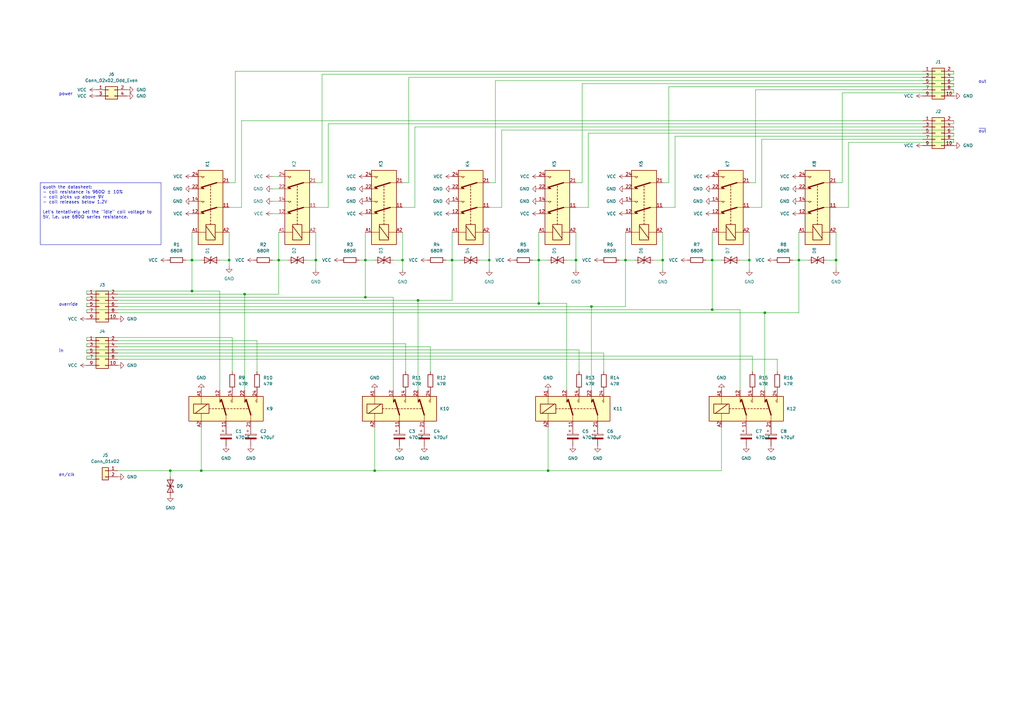
<source format=kicad_sch>
(kicad_sch (version 20230121) (generator eeschema)
  (paper "A3")
  (lib_symbols
    (symbol "Connector_Generic:Conn_01x02" (pin_names (offset 1.016) hide)
      (property "Reference" "J" (at 0 2.54 0))
      (property "Value" "Conn_01x02" (at 0 -5.08 0))
      (symbol "Conn_01x02_1_1"
        (rectangle (start -1.27 -2.413) (end 0 -2.667) (stroke (width 0.1524)))
        (rectangle (start -1.27 0.127) (end 0 -0.127) (stroke (width 0.1524)))
        (rectangle (start -1.27 1.27) (end 1.27 -3.81) (stroke (width 0.254)) (fill (type background)))
        (pin passive line (at -5.08 0 0) (length 3.81) (name "Pin_1") (number "1"))
        (pin passive line (at -5.08 -2.54 0) (length 3.81) (name "Pin_2") (number "2"))
      )
    )
    (symbol "Connector_Generic:Conn_02x02_Odd_Even" (pin_names (offset 1.016) hide)
      (property "Reference" "J" (at 1.27 2.54 0))
      (property "Value" "Conn_02x02_Odd_Even" (at 1.27 -5.08 0))
      (symbol "Conn_02x02_Odd_Even_1_1"
        (rectangle (start -1.27 -2.413) (end 0 -2.667) (stroke (width 0.1524)))
        (rectangle (start -1.27 0.127) (end 0 -0.127) (stroke (width 0.1524)))
        (rectangle (start -1.27 1.27) (end 3.81 -3.81) (stroke (width 0.254)) (fill (type background)))
        (rectangle (start 3.81 -2.413) (end 2.54 -2.667) (stroke (width 0.1524)))
        (rectangle (start 3.81 0.127) (end 2.54 -0.127) (stroke (width 0.1524)))
        (pin passive line (at -5.08 0 0) (length 3.81) (name "Pin_1") (number "1"))
        (pin passive line (at 7.62 0 180) (length 3.81) (name "Pin_2") (number "2"))
        (pin passive line (at -5.08 -2.54 0) (length 3.81) (name "Pin_3") (number "3"))
        (pin passive line (at 7.62 -2.54 180) (length 3.81) (name "Pin_4") (number "4"))
      )
    )
    (symbol "Connector_Generic:Conn_02x05_Odd_Even" (pin_names (offset 1.016) hide)
      (property "Reference" "J" (at 1.27 7.62 0))
      (property "Value" "Conn_02x05_Odd_Even" (at 1.27 -7.62 0))
      (symbol "Conn_02x05_Odd_Even_1_1"
        (rectangle (start -1.27 -4.953) (end 0 -5.207) (stroke (width 0.1524)))
        (rectangle (start -1.27 -2.413) (end 0 -2.667) (stroke (width 0.1524)))
        (rectangle (start -1.27 0.127) (end 0 -0.127) (stroke (width 0.1524)))
        (rectangle (start -1.27 2.667) (end 0 2.413) (stroke (width 0.1524)))
        (rectangle (start -1.27 5.207) (end 0 4.953) (stroke (width 0.1524)))
        (rectangle (start -1.27 6.35) (end 3.81 -6.35) (stroke (width 0.254)) (fill (type background)))
        (rectangle (start 3.81 -4.953) (end 2.54 -5.207) (stroke (width 0.1524)))
        (rectangle (start 3.81 -2.413) (end 2.54 -2.667) (stroke (width 0.1524)))
        (rectangle (start 3.81 0.127) (end 2.54 -0.127) (stroke (width 0.1524)))
        (rectangle (start 3.81 2.667) (end 2.54 2.413) (stroke (width 0.1524)))
        (rectangle (start 3.81 5.207) (end 2.54 4.953) (stroke (width 0.1524)))
        (pin passive line (at -5.08 5.08 0) (length 3.81) (name "Pin_1") (number "1"))
        (pin passive line (at 7.62 -5.08 180) (length 3.81) (name "Pin_10") (number "10"))
        (pin passive line (at 7.62 5.08 180) (length 3.81) (name "Pin_2") (number "2"))
        (pin passive line (at -5.08 2.54 0) (length 3.81) (name "Pin_3") (number "3"))
        (pin passive line (at 7.62 2.54 180) (length 3.81) (name "Pin_4") (number "4"))
        (pin passive line (at -5.08 0 0) (length 3.81) (name "Pin_5") (number "5"))
        (pin passive line (at 7.62 0 180) (length 3.81) (name "Pin_6") (number "6"))
        (pin passive line (at -5.08 -2.54 0) (length 3.81) (name "Pin_7") (number "7"))
        (pin passive line (at 7.62 -2.54 180) (length 3.81) (name "Pin_8") (number "8"))
        (pin passive line (at -5.08 -5.08 0) (length 3.81) (name "Pin_9") (number "9"))
      )
    )
    (symbol "Device:C_Polarized" (pin_numbers hide) (pin_names (offset 0.254))
      (property "Reference" "C" (at 0.635 2.54 0))
      (property "Value" "C_Polarized" (at 0.635 -2.54 0))
      (symbol "C_Polarized_0_1"
        (rectangle (start -2.286 0.508) (end 2.286 1.016))
        (polyline (pts (xy -1.778 2.286) (xy -0.762 2.286)))
        (polyline (pts (xy -1.27 2.794) (xy -1.27 1.778)))
        (rectangle (start 2.286 -0.508) (end -2.286 -1.016) (fill (type outline)))
      )
      (symbol "C_Polarized_1_1"
        (pin passive line (at 0 3.81 270) (length 2.794) (name "~") (number "1"))
        (pin passive line (at 0 -3.81 90) (length 2.794) (name "~") (number "2"))
      )
    )
    (symbol "Device:D_TVS" (pin_numbers hide) (pin_names (offset 1.016) hide)
      (property "Reference" "D" (at 0 2.54 0))
      (property "Value" "D_TVS" (at 0 -2.54 0))
      (symbol "D_TVS_0_1"
        (polyline (pts (xy 1.27 0) (xy -1.27 0)))
        (polyline (pts (xy 0.508 1.27) (xy 0 1.27) (xy 0 -1.27) (xy -0.508 -1.27)) (stroke (width 0.254)))
        (polyline (pts (xy -2.54 1.27) (xy -2.54 -1.27) (xy 2.54 1.27) (xy 2.54 -1.27) (xy -2.54 1.27)) (stroke (width 0.254)))
      )
      (symbol "D_TVS_1_1"
        (pin passive line (at -3.81 0 0) (length 2.54) (name "A1") (number "1"))
        (pin passive line (at 3.81 0 180) (length 2.54) (name "A2") (number "2"))
      )
    )
    (symbol "Device:R" (pin_numbers hide) (pin_names (offset 0))
      (property "Reference" "R" (at 2.032 0 90))
      (property "Value" "R" (at 0 0 90))
      (symbol "R_0_1"
        (rectangle (start -1.016 -2.54) (end 1.016 2.54) (stroke (width 0.254)))
      )
      (symbol "R_1_1"
        (pin passive line (at 0 3.81 270) (length 1.27) (name "~") (number "1"))
        (pin passive line (at 0 -3.81 90) (length 1.27) (name "~") (number "2"))
      )
    )
    (symbol "Relay:Relay_DPDT"
      (property "Reference" "K" (at 16.51 3.81 0))
      (property "Value" "Relay_DPDT" (at 16.51 1.27 0))
      (symbol "Relay_DPDT_0_1"
        (rectangle (start -15.24 5.08) (end 15.24 -5.08) (stroke (width 0.254)) (fill (type background)))
        (rectangle (start -13.335 1.905) (end -6.985 -1.905) (stroke (width 0.254)))
        (polyline (pts (xy -12.7 -1.905) (xy -7.62 1.905)) (stroke (width 0.254)))
        (polyline (pts (xy -10.16 -5.08) (xy -10.16 -1.905)))
        (polyline (pts (xy -10.16 5.08) (xy -10.16 1.905)))
        (polyline (pts (xy -6.985 0) (xy -6.35 0)) (stroke (width 0.254)))
        (polyline (pts (xy -5.715 0) (xy -5.08 0)) (stroke (width 0.254)))
        (polyline (pts (xy -4.445 0) (xy -3.81 0)) (stroke (width 0.254)))
        (polyline (pts (xy -3.175 0) (xy -2.54 0)) (stroke (width 0.254)))
        (polyline (pts (xy -1.905 0) (xy -1.27 0)) (stroke (width 0.254)))
        (polyline (pts (xy -0.635 0) (xy 0 0)) (stroke (width 0.254)))
        (polyline (pts (xy 0 -2.54) (xy -1.905 3.81)) (stroke (width 0.508)))
        (polyline (pts (xy 0 -2.54) (xy 0 -5.08)))
        (polyline (pts (xy 0.635 0) (xy 1.27 0)) (stroke (width 0.254)))
        (polyline (pts (xy 1.905 0) (xy 2.54 0)) (stroke (width 0.254)))
        (polyline (pts (xy 3.175 0) (xy 3.81 0)) (stroke (width 0.254)))
        (polyline (pts (xy 4.445 0) (xy 5.08 0)) (stroke (width 0.254)))
        (polyline (pts (xy 5.715 0) (xy 6.35 0)) (stroke (width 0.254)))
        (polyline (pts (xy 6.985 0) (xy 7.62 0)) (stroke (width 0.254)))
        (polyline (pts (xy 8.255 0) (xy 8.89 0)) (stroke (width 0.254)))
        (polyline (pts (xy 10.16 -2.54) (xy 8.255 3.81)) (stroke (width 0.508)))
        (polyline (pts (xy 10.16 -2.54) (xy 10.16 -5.08)))
        (polyline (pts (xy -2.54 5.08) (xy -2.54 2.54) (xy -1.905 3.175) (xy -2.54 3.81)) (fill (type outline)))
        (polyline (pts (xy 2.54 5.08) (xy 2.54 2.54) (xy 1.905 3.175) (xy 2.54 3.81)))
        (polyline (pts (xy 7.62 5.08) (xy 7.62 2.54) (xy 8.255 3.175) (xy 7.62 3.81)) (fill (type outline)))
        (polyline (pts (xy 12.7 5.08) (xy 12.7 2.54) (xy 12.065 3.175) (xy 12.7 3.81)))
      )
      (symbol "Relay_DPDT_1_1"
        (pin passive line (at 0 -7.62 90) (length 2.54) (name "~") (number "11"))
        (pin passive line (at -2.54 7.62 270) (length 2.54) (name "~") (number "12"))
        (pin passive line (at 2.54 7.62 270) (length 2.54) (name "~") (number "14"))
        (pin passive line (at 10.16 -7.62 90) (length 2.54) (name "~") (number "21"))
        (pin passive line (at 7.62 7.62 270) (length 2.54) (name "~") (number "22"))
        (pin passive line (at 12.7 7.62 270) (length 2.54) (name "~") (number "24"))
        (pin passive line (at -10.16 7.62 270) (length 2.54) (name "~") (number "A1"))
        (pin passive line (at -10.16 -7.62 90) (length 2.54) (name "~") (number "A2"))
      )
    )
    (symbol "power:GND" (power) (pin_names (offset 0))
      (property "Value" "GND" (at 0 -3.81 0))
      (symbol "GND_0_1"
        (polyline (pts (xy 0 0) (xy 0 -1.27) (xy 1.27 -1.27) (xy 0 -2.54) (xy -1.27 -1.27) (xy 0 -1.27)))
      )
      (symbol "GND_1_1"
        (pin power_in line (at 0 0 270) (length 0) hide (name "GND") (number "1"))
      )
    )
    (symbol "power:VCC" (power) (pin_names (offset 0))
      (property "Value" "VCC" (at 0 3.81 0))
      (symbol "VCC_0_1"
        (polyline (pts (xy -0.762 1.27) (xy 0 2.54)))
        (polyline (pts (xy 0 0) (xy 0 2.54)))
        (polyline (pts (xy 0 2.54) (xy 0.762 1.27)))
      )
      (symbol "VCC_1_1"
        (pin power_in line (at 0 0 90) (length 0) hide (name "VCC") (number "1"))
      )
    )
  )
  (junction (at 165.1 106.68))
  (junction (at 78.74 119.38))
  (junction (at 220.98 124.46))
  (junction (at 82.55 193.04))
  (junction (at 200.66 106.68))
  (junction (at 153.67 193.04))
  (junction (at 149.86 121.92))
  (junction (at 78.74 106.68))
  (junction (at 69.85 193.04))
  (junction (at 292.1 106.68))
  (junction (at 292.1 127))
  (junction (at 171.45 123.19))
  (junction (at 149.86 106.68))
  (junction (at 236.22 106.68))
  (junction (at 242.57 125.73))
  (junction (at 129.54 106.68))
  (junction (at 220.98 106.68))
  (junction (at 327.66 106.68))
  (junction (at 224.79 193.04))
  (junction (at 100.33 120.65))
  (junction (at 93.98 106.68))
  (junction (at 271.78 106.68))
  (junction (at 114.3 106.68))
  (junction (at 307.34 106.68))
  (junction (at 342.9 106.68))
  (junction (at 313.69 128.27))
  (junction (at 256.54 106.68))
  (junction (at 185.42 106.68))
  (wire (pts (xy 303.53 106.68) (xy 307.34 106.68)))
  (wire (pts (xy 78.74 119.38) (xy 90.17 119.38)))
  (wire (pts (xy 182.88 106.68) (xy 185.42 106.68)))
  (wire (pts (xy 391.16 50.8) (xy 391.16 49.53)))
  (wire (pts (xy 345.44 74.93) (xy 345.44 38.1)))
  (wire (pts (xy 205.74 85.09) (xy 205.74 53.34)))
  (wire (pts (xy 203.2 74.93) (xy 203.2 33.02)))
  (wire (pts (xy 224.79 106.68) (xy 220.98 106.68)))
  (wire (pts (xy 93.98 85.09) (xy 99.06 85.09)))
  (wire (pts (xy 247.65 152.4) (xy 247.65 144.78)))
  (wire (pts (xy 165.1 106.68) (xy 165.1 110.49)))
  (wire (pts (xy 327.66 128.27) (xy 327.66 106.68)))
  (wire (pts (xy 170.18 85.09) (xy 170.18 52.07)))
  (wire (pts (xy 203.2 33.02) (xy 391.16 33.02)))
  (wire (pts (xy 271.78 85.09) (xy 276.86 85.09)))
  (wire (pts (xy 308.61 146.05) (xy 308.61 152.4)))
  (wire (pts (xy 189.23 106.68) (xy 185.42 106.68)))
  (wire (pts (xy 220.98 124.46) (xy 220.98 106.68)))
  (wire (pts (xy 125.73 106.68) (xy 129.54 106.68)))
  (wire (pts (xy 48.26 142.24) (xy 176.53 142.24)))
  (wire (pts (xy 90.17 119.38) (xy 90.17 160.02)))
  (wire (pts (xy 35.56 127) (xy 292.1 127)))
  (wire (pts (xy 200.66 74.93) (xy 203.2 74.93)))
  (wire (pts (xy 129.54 74.93) (xy 132.08 74.93)))
  (wire (pts (xy 165.1 74.93) (xy 167.64 74.93)))
  (wire (pts (xy 312.42 85.09) (xy 312.42 57.15)))
  (wire (pts (xy 295.91 106.68) (xy 292.1 106.68)))
  (wire (pts (xy 238.76 74.93) (xy 238.76 34.29)))
  (wire (pts (xy 342.9 85.09) (xy 347.98 85.09)))
  (wire (pts (xy 171.45 123.19) (xy 185.42 123.19)))
  (wire (pts (xy 307.34 85.09) (xy 312.42 85.09)))
  (wire (pts (xy 303.53 127) (xy 303.53 160.02)))
  (wire (pts (xy 347.98 85.09) (xy 347.98 58.42)))
  (wire (pts (xy 99.06 85.09) (xy 99.06 49.53)))
  (wire (pts (xy 93.98 109.22) (xy 93.98 106.68)))
  (wire (pts (xy 391.16 58.42) (xy 391.16 57.15)))
  (wire (pts (xy 274.32 74.93) (xy 274.32 35.56)))
  (wire (pts (xy 232.41 124.46) (xy 232.41 160.02)))
  (wire (pts (xy 347.98 58.42) (xy 391.16 58.42)))
  (wire (pts (xy 342.9 74.93) (xy 345.44 74.93)))
  (wire (pts (xy 90.17 106.68) (xy 93.98 106.68)))
  (wire (pts (xy 48.26 123.19) (xy 171.45 123.19)))
  (wire (pts (xy 147.32 106.68) (xy 149.86 106.68)))
  (wire (pts (xy 292.1 127) (xy 303.53 127)))
  (wire (pts (xy 185.42 123.19) (xy 185.42 106.68)))
  (wire (pts (xy 35.56 125.73) (xy 35.56 124.46)))
  (wire (pts (xy 339.09 106.68) (xy 342.9 106.68)))
  (wire (pts (xy 35.56 128.27) (xy 35.56 127)))
  (wire (pts (xy 313.69 128.27) (xy 327.66 128.27)))
  (wire (pts (xy 48.26 120.65) (xy 100.33 120.65)))
  (wire (pts (xy 114.3 72.39) (xy 111.76 72.39)))
  (wire (pts (xy 309.88 74.93) (xy 309.88 36.83)))
  (wire (pts (xy 342.9 106.68) (xy 342.9 110.49)))
  (wire (pts (xy 161.29 106.68) (xy 165.1 106.68)))
  (wire (pts (xy 96.52 74.93) (xy 96.52 29.21)))
  (wire (pts (xy 114.3 77.47) (xy 111.76 77.47)))
  (wire (pts (xy 111.76 106.68) (xy 114.3 106.68)))
  (wire (pts (xy 35.56 119.38) (xy 78.74 119.38)))
  (wire (pts (xy 35.56 120.65) (xy 35.56 119.38)))
  (wire (pts (xy 35.56 140.97) (xy 166.37 140.97)))
  (wire (pts (xy 114.3 120.65) (xy 114.3 106.68)))
  (wire (pts (xy 82.55 106.68) (xy 78.74 106.68)))
  (wire (pts (xy 132.08 74.93) (xy 132.08 30.48)))
  (wire (pts (xy 325.12 106.68) (xy 327.66 106.68)))
  (wire (pts (xy 205.74 53.34) (xy 391.16 53.34)))
  (wire (pts (xy 295.91 193.04) (xy 295.91 175.26)))
  (wire (pts (xy 242.57 125.73) (xy 242.57 160.02)))
  (wire (pts (xy 237.49 143.51) (xy 237.49 152.4)))
  (wire (pts (xy 224.79 193.04) (xy 295.91 193.04)))
  (wire (pts (xy 35.56 146.05) (xy 308.61 146.05)))
  (wire (pts (xy 35.56 143.51) (xy 237.49 143.51)))
  (wire (pts (xy 170.18 52.07) (xy 378.46 52.07)))
  (wire (pts (xy 48.26 193.04) (xy 69.85 193.04)))
  (wire (pts (xy 276.86 85.09) (xy 276.86 55.88)))
  (wire (pts (xy 260.35 106.68) (xy 256.54 106.68)))
  (wire (pts (xy 254 106.68) (xy 256.54 106.68)))
  (wire (pts (xy 289.56 106.68) (xy 292.1 106.68)))
  (wire (pts (xy 200.66 85.09) (xy 205.74 85.09)))
  (wire (pts (xy 236.22 106.68) (xy 236.22 95.25)))
  (wire (pts (xy 167.64 74.93) (xy 167.64 31.75)))
  (wire (pts (xy 82.55 193.04) (xy 153.67 193.04)))
  (wire (pts (xy 99.06 49.53) (xy 378.46 49.53)))
  (wire (pts (xy 307.34 106.68) (xy 307.34 110.49)))
  (wire (pts (xy 271.78 74.93) (xy 274.32 74.93)))
  (wire (pts (xy 292.1 106.68) (xy 292.1 95.25)))
  (wire (pts (xy 105.41 139.7) (xy 105.41 152.4)))
  (wire (pts (xy 256.54 125.73) (xy 256.54 106.68)))
  (wire (pts (xy 220.98 124.46) (xy 232.41 124.46)))
  (wire (pts (xy 271.78 106.68) (xy 271.78 110.49)))
  (wire (pts (xy 271.78 106.68) (xy 271.78 95.25)))
  (wire (pts (xy 165.1 85.09) (xy 170.18 85.09)))
  (wire (pts (xy 149.86 106.68) (xy 149.86 95.25)))
  (wire (pts (xy 93.98 74.93) (xy 96.52 74.93)))
  (wire (pts (xy 345.44 38.1) (xy 391.16 38.1)))
  (wire (pts (xy 48.26 128.27) (xy 313.69 128.27)))
  (wire (pts (xy 391.16 55.88) (xy 391.16 54.61)))
  (wire (pts (xy 78.74 119.38) (xy 78.74 106.68)))
  (wire (pts (xy 267.97 106.68) (xy 271.78 106.68)))
  (wire (pts (xy 48.26 125.73) (xy 242.57 125.73)))
  (wire (pts (xy 236.22 106.68) (xy 236.22 110.49)))
  (wire (pts (xy 114.3 87.63) (xy 111.76 87.63)))
  (wire (pts (xy 48.26 139.7) (xy 105.41 139.7)))
  (wire (pts (xy 232.41 106.68) (xy 236.22 106.68)))
  (wire (pts (xy 149.86 121.92) (xy 161.29 121.92)))
  (wire (pts (xy 78.74 106.68) (xy 78.74 95.25)))
  (wire (pts (xy 165.1 106.68) (xy 165.1 95.25)))
  (wire (pts (xy 129.54 85.09) (xy 134.62 85.09)))
  (wire (pts (xy 167.64 31.75) (xy 378.46 31.75)))
  (wire (pts (xy 327.66 106.68) (xy 327.66 95.25)))
  (wire (pts (xy 312.42 57.15) (xy 378.46 57.15)))
  (wire (pts (xy 313.69 128.27) (xy 313.69 160.02)))
  (wire (pts (xy 171.45 123.19) (xy 171.45 160.02)))
  (wire (pts (xy 76.2 106.68) (xy 78.74 106.68)))
  (wire (pts (xy 236.22 74.93) (xy 238.76 74.93)))
  (wire (pts (xy 96.52 29.21) (xy 378.46 29.21)))
  (wire (pts (xy 331.47 106.68) (xy 327.66 106.68)))
  (wire (pts (xy 224.79 175.26) (xy 224.79 193.04)))
  (wire (pts (xy 114.3 106.68) (xy 114.3 95.25)))
  (wire (pts (xy 274.32 35.56) (xy 391.16 35.56)))
  (wire (pts (xy 129.54 106.68) (xy 129.54 95.25)))
  (wire (pts (xy 35.56 121.92) (xy 149.86 121.92)))
  (wire (pts (xy 391.16 38.1) (xy 391.16 36.83)))
  (wire (pts (xy 93.98 106.68) (xy 93.98 95.25)))
  (wire (pts (xy 69.85 193.04) (xy 82.55 193.04)))
  (wire (pts (xy 100.33 120.65) (xy 114.3 120.65)))
  (wire (pts (xy 391.16 30.48) (xy 391.16 29.21)))
  (wire (pts (xy 134.62 50.8) (xy 391.16 50.8)))
  (wire (pts (xy 241.3 54.61) (xy 378.46 54.61)))
  (wire (pts (xy 292.1 127) (xy 292.1 106.68)))
  (wire (pts (xy 238.76 34.29) (xy 378.46 34.29)))
  (wire (pts (xy 318.77 152.4) (xy 318.77 147.32)))
  (wire (pts (xy 95.25 138.43) (xy 95.25 152.4)))
  (wire (pts (xy 176.53 142.24) (xy 176.53 152.4)))
  (wire (pts (xy 153.67 193.04) (xy 224.79 193.04)))
  (wire (pts (xy 196.85 106.68) (xy 200.66 106.68)))
  (wire (pts (xy 185.42 106.68) (xy 185.42 95.25)))
  (wire (pts (xy 134.62 85.09) (xy 134.62 50.8)))
  (wire (pts (xy 35.56 144.78) (xy 35.56 143.51)))
  (wire (pts (xy 100.33 120.65) (xy 100.33 160.02)))
  (wire (pts (xy 82.55 175.26) (xy 82.55 193.04)))
  (wire (pts (xy 35.56 138.43) (xy 95.25 138.43)))
  (wire (pts (xy 35.56 124.46) (xy 220.98 124.46)))
  (wire (pts (xy 241.3 85.09) (xy 241.3 54.61)))
  (wire (pts (xy 391.16 35.56) (xy 391.16 34.29)))
  (wire (pts (xy 218.44 106.68) (xy 220.98 106.68)))
  (wire (pts (xy 220.98 106.68) (xy 220.98 95.25)))
  (wire (pts (xy 118.11 106.68) (xy 114.3 106.68)))
  (wire (pts (xy 35.56 147.32) (xy 35.56 146.05)))
  (wire (pts (xy 342.9 106.68) (xy 342.9 95.25)))
  (wire (pts (xy 247.65 144.78) (xy 48.26 144.78)))
  (wire (pts (xy 242.57 125.73) (xy 256.54 125.73)))
  (wire (pts (xy 236.22 85.09) (xy 241.3 85.09)))
  (wire (pts (xy 35.56 123.19) (xy 35.56 121.92)))
  (wire (pts (xy 200.66 106.68) (xy 200.66 95.25)))
  (wire (pts (xy 35.56 142.24) (xy 35.56 140.97)))
  (wire (pts (xy 307.34 74.93) (xy 309.88 74.93)))
  (wire (pts (xy 276.86 55.88) (xy 391.16 55.88)))
  (wire (pts (xy 69.85 193.04) (xy 69.85 195.58)))
  (wire (pts (xy 318.77 147.32) (xy 48.26 147.32)))
  (wire (pts (xy 132.08 30.48) (xy 391.16 30.48)))
  (wire (pts (xy 200.66 106.68) (xy 200.66 110.49)))
  (wire (pts (xy 114.3 82.55) (xy 111.76 82.55)))
  (wire (pts (xy 391.16 33.02) (xy 391.16 31.75)))
  (wire (pts (xy 307.34 106.68) (xy 307.34 95.25)))
  (wire (pts (xy 149.86 106.68) (xy 149.86 121.92)))
  (wire (pts (xy 166.37 140.97) (xy 166.37 152.4)))
  (wire (pts (xy 35.56 139.7) (xy 35.56 138.43)))
  (wire (pts (xy 391.16 53.34) (xy 391.16 52.07)))
  (wire (pts (xy 129.54 106.68) (xy 129.54 110.49)))
  (wire (pts (xy 309.88 36.83) (xy 378.46 36.83)))
  (wire (pts (xy 153.67 106.68) (xy 149.86 106.68)))
  (wire (pts (xy 161.29 121.92) (xy 161.29 160.02)))
  (wire (pts (xy 153.67 175.26) (xy 153.67 193.04)))
  (wire (pts (xy 256.54 106.68) (xy 256.54 95.25)))
  (text_box "quoth the datasheet:\n- coil resistance is 960Ω ± 10%\n- coil picks up above 9V\n- coil releases below 1.2V\n\nLet's tentatively set the \"idle\" coil voltage to 5V, i.e. use 680Ω series resistance." (at 16.51 74.93 0) (size 49.53 25.4) (effects (font (size 1.27 1.27)) (justify left top)))
  (text "override" (at 24.13 125.73 0) (effects (font (size 1.27 1.27)) (justify left bottom)))
  (text "power" (at 24.13 39.37 0) (effects (font (size 1.27 1.27)) (justify left bottom)))
  (text "~{out}" (at 401.32 54.61 0) (effects (font (size 1.27 1.27)) (justify left bottom)))
  (text "en/clk" (at 24.13 195.58 0) (effects (font (size 1.27 1.27)) (justify left bottom)))
  (text "in" (at 24.13 144.78 0) (effects (font (size 1.27 1.27)) (justify left bottom)))
  (text "out" (at 401.32 34.29 0) (effects (font (size 1.27 1.27)) (justify left bottom)))
  (symbol (lib_id "Device:R") (at 107.95 106.68 90) (unit 1)
    (property "Reference" "R2" (at 107.95 100.33 90))
    (property "Value" "680R" (at 107.95 102.87 90))
    (property "Footprint" "Resistor_SMD:R_0805_2012Metric_Pad1.20x1.40mm_HandSolder" (effects hide))
  )
  (symbol (lib_id "Device:R") (at 176.53 156.21 180) (unit 1)
    (property "Reference" "R12" (at 179.07 154.94 0) (effects (justify right)))
    (property "Value" "47R" (at 179.07 157.48 0) (effects (justify right)))
    (property "Footprint" "Resistor_SMD:R_0805_2012Metric_Pad1.20x1.40mm_HandSolder" (effects hide))
  )
  (symbol (lib_id "power:VCC") (at 111.76 87.63 90) (unit 1)
    (property "Reference" "#PWR012" (effects hide))
    (property "Value" "VCC" (at 107.95 87.63 90) (effects (justify left)))
  )
  (symbol (lib_id "Relay:Relay_DPDT") (at 92.71 167.64 0) (unit 1)
    (property "Reference" "K9" (at 109.22 167.64 0) (effects (justify left)))
    (property "Value" "J104D2C12VDC.15S" (effects hide))
    (property "Footprint" "Relay_THT:Relay_DPDT_Finder_30.22" (effects hide))
    (property "Datasheet" "https://www.citrelay.com/Catalog%20Pages/RelayCatalog/J104D.pdf" (effects hide))
  )
  (symbol (lib_id "power:VCC") (at 378.46 59.69 90) (unit 1)
    (property "Reference" "#PWR03" (effects hide))
    (property "Value" "VCC" (at 374.65 59.69 90) (effects (justify left)))
  )
  (symbol (lib_id "Device:D_TVS") (at 193.04 106.68 180) (unit 1)
    (property "Reference" "D4" (at 191.77 104.14 90) (effects (justify right)))
    (property "Value" "SMAJ14CA" (effects hide))
    (property "Footprint" "Diode_SMD:D_SMA_Handsoldering" (effects hide))
    (property "Datasheet" "https://goodarksemi.com/docs/datasheets/transient_voltage_suppressors/SMAJx.pdf" (effects hide))
  )
  (symbol (lib_id "Connector_Generic:Conn_02x05_Odd_Even") (at 383.54 54.61 0) (unit 1)
    (property "Reference" "J2" (at 384.81 45.72 0))
    (property "Value" "BHR-10-VUA" (effects hide))
    (property "Footprint" "Connector_IDC:IDC-Header_2x05_P2.54mm_Vertical" (effects hide))
    (property "Datasheet" "https://app.adam-tech.com/products/download/data_sheet/203218/bhr-xx-vua-data-sheet.pdf" (effects hide))
  )
  (symbol (lib_id "Device:D_TVS") (at 228.6 106.68 180) (unit 1)
    (property "Reference" "D5" (at 227.33 104.14 90) (effects (justify right)))
    (property "Value" "SMAJ14CA" (effects hide))
    (property "Footprint" "Diode_SMD:D_SMA_Handsoldering" (effects hide))
    (property "Datasheet" "https://goodarksemi.com/docs/datasheets/transient_voltage_suppressors/SMAJx.pdf" (effects hide))
  )
  (symbol (lib_id "Device:R") (at 318.77 156.21 180) (unit 1)
    (property "Reference" "R16" (at 321.31 154.94 0) (effects (justify right)))
    (property "Value" "47R" (at 321.31 157.48 0) (effects (justify right)))
    (property "Footprint" "Resistor_SMD:R_0805_2012Metric_Pad1.20x1.40mm_HandSolder" (effects hide))
  )
  (symbol (lib_id "power:VCC") (at 149.86 87.63 90) (unit 1)
    (property "Reference" "#PWR018" (effects hide))
    (property "Value" "VCC" (at 146.05 87.63 90) (effects (justify left)))
  )
  (symbol (lib_id "Device:C_Polarized") (at 306.07 179.07 0) (unit 1)
    (property "Reference" "C7" (at 309.88 176.911 0) (effects (justify left)))
    (property "Value" "470uF" (at 309.88 179.451 0) (effects (justify left)))
    (property "Footprint" "Capacitor_THT:CP_Radial_D10.0mm_P5.00mm" (effects hide))
  )
  (symbol (lib_id "Device:R") (at 237.49 156.21 180) (unit 1)
    (property "Reference" "R13" (at 240.03 154.94 0) (effects (justify right)))
    (property "Value" "47R" (at 240.03 157.48 0) (effects (justify right)))
    (property "Footprint" "Resistor_SMD:R_0805_2012Metric_Pad1.20x1.40mm_HandSolder" (effects hide))
  )
  (symbol (lib_id "power:GND") (at 69.85 203.2 0) (unit 1)
    (property "Reference" "#PWR070" (effects hide))
    (property "Value" "GND" (at 69.85 208.28 0))
  )
  (symbol (lib_id "Connector_Generic:Conn_01x02") (at 43.18 193.04 0) (mirror y) (unit 1)
    (property "Reference" "J5" (at 43.18 186.69 0))
    (property "Value" "Conn_01x02" (at 43.18 189.23 0))
    (property "Footprint" "Connector_PinHeader_2.54mm:PinHeader_1x02_P2.54mm_Vertical" (effects hide))
  )
  (symbol (lib_id "Device:D_TVS") (at 121.92 106.68 180) (unit 1)
    (property "Reference" "D2" (at 120.65 104.14 90) (effects (justify right)))
    (property "Value" "SMAJ14CA" (effects hide))
    (property "Footprint" "Diode_SMD:D_SMA_Handsoldering" (effects hide))
    (property "Datasheet" "https://goodarksemi.com/docs/datasheets/transient_voltage_suppressors/SMAJx.pdf" (effects hide))
  )
  (symbol (lib_id "power:VCC") (at 111.76 72.39 90) (unit 1)
    (property "Reference" "#PWR09" (effects hide))
    (property "Value" "VCC" (at 107.95 72.39 90) (effects (justify left)))
  )
  (symbol (lib_id "power:VCC") (at 175.26 106.68 90) (unit 1)
    (property "Reference" "#PWR019" (effects hide))
    (property "Value" "VCC" (at 171.45 106.68 90) (effects (justify left)))
  )
  (symbol (lib_id "Relay:Relay_DPDT") (at 306.07 167.64 0) (unit 1)
    (property "Reference" "K12" (at 322.58 167.64 0) (effects (justify left)))
    (property "Value" "J104D2C12VDC.15S" (effects hide))
    (property "Footprint" "Relay_THT:Relay_DPDT_Finder_30.22" (effects hide))
    (property "Datasheet" "https://www.citrelay.com/Catalog%20Pages/RelayCatalog/J104D.pdf" (effects hide))
  )
  (symbol (lib_id "power:GND") (at 327.66 82.55 270) (unit 1)
    (property "Reference" "#PWR050" (effects hide))
    (property "Value" "GND" (at 323.85 82.55 90) (effects (justify right)))
  )
  (symbol (lib_id "Device:C_Polarized") (at 316.23 179.07 0) (unit 1)
    (property "Reference" "C8" (at 320.04 176.911 0) (effects (justify left)))
    (property "Value" "470uF" (at 320.04 179.451 0) (effects (justify left)))
    (property "Footprint" "Capacitor_THT:CP_Radial_D10.0mm_P5.00mm" (effects hide))
  )
  (symbol (lib_id "power:VCC") (at 39.37 39.37 90) (unit 1)
    (property "Reference" "#PWR072" (effects hide))
    (property "Value" "VCC" (at 35.56 39.37 90) (effects (justify left)))
  )
  (symbol (lib_id "power:VCC") (at 39.37 36.83 90) (unit 1)
    (property "Reference" "#PWR071" (effects hide))
    (property "Value" "VCC" (at 35.56 36.83 90) (effects (justify left)))
  )
  (symbol (lib_id "Device:R") (at 214.63 106.68 90) (unit 1)
    (property "Reference" "R5" (at 214.63 100.33 90))
    (property "Value" "680R" (at 214.63 102.87 90))
    (property "Footprint" "Resistor_SMD:R_0805_2012Metric_Pad1.20x1.40mm_HandSolder" (effects hide))
  )
  (symbol (lib_id "Device:R") (at 247.65 156.21 180) (unit 1)
    (property "Reference" "R14" (at 250.19 154.94 0) (effects (justify right)))
    (property "Value" "47R" (at 250.19 157.48 0) (effects (justify right)))
    (property "Footprint" "Resistor_SMD:R_0805_2012Metric_Pad1.20x1.40mm_HandSolder" (effects hide))
  )
  (symbol (lib_id "power:VCC") (at 378.46 39.37 90) (unit 1)
    (property "Reference" "#PWR01" (effects hide))
    (property "Value" "VCC" (at 374.65 39.37 90) (effects (justify left)))
  )
  (symbol (lib_id "power:GND") (at 102.87 182.88 0) (unit 1)
    (property "Reference" "#PWR058" (effects hide))
    (property "Value" "GND" (at 102.87 187.96 0))
  )
  (symbol (lib_id "power:VCC") (at 78.74 87.63 90) (unit 1)
    (property "Reference" "#PWR08" (effects hide))
    (property "Value" "VCC" (at 74.93 87.63 90) (effects (justify left)))
  )
  (symbol (lib_id "power:VCC") (at 327.66 72.39 90) (unit 1)
    (property "Reference" "#PWR048" (effects hide))
    (property "Value" "VCC" (at 323.85 72.39 90) (effects (justify left)))
  )
  (symbol (lib_id "power:GND") (at 153.67 160.02 180) (unit 1)
    (property "Reference" "#PWR067" (effects hide))
    (property "Value" "GND" (at 153.67 154.94 0))
  )
  (symbol (lib_id "Device:R") (at 95.25 156.21 180) (unit 1)
    (property "Reference" "R9" (at 97.79 154.94 0) (effects (justify right)))
    (property "Value" "47R" (at 97.79 157.48 0) (effects (justify right)))
    (property "Footprint" "Resistor_SMD:R_0805_2012Metric_Pad1.20x1.40mm_HandSolder" (effects hide))
  )
  (symbol (lib_id "power:VCC") (at 327.66 87.63 90) (unit 1)
    (property "Reference" "#PWR051" (effects hide))
    (property "Value" "VCC" (at 323.85 87.63 90) (effects (justify left)))
  )
  (symbol (lib_id "Connector_Generic:Conn_02x05_Odd_Even") (at 383.54 34.29 0) (unit 1)
    (property "Reference" "J1" (at 384.81 25.4 0))
    (property "Value" "BHR-10-VUA" (effects hide))
    (property "Footprint" "Connector_IDC:IDC-Header_2x05_P2.54mm_Vertical" (effects hide))
    (property "Datasheet" "https://app.adam-tech.com/products/download/data_sheet/203218/bhr-xx-vua-data-sheet.pdf" (effects hide))
  )
  (symbol (lib_id "power:VCC") (at 185.42 87.63 90) (unit 1)
    (property "Reference" "#PWR023" (effects hide))
    (property "Value" "VCC" (at 181.61 87.63 90) (effects (justify left)))
  )
  (symbol (lib_id "power:VCC") (at 220.98 87.63 90) (unit 1)
    (property "Reference" "#PWR029" (effects hide))
    (property "Value" "VCC" (at 217.17 87.63 90) (effects (justify left)))
  )
  (symbol (lib_id "power:GND") (at 82.55 160.02 180) (unit 1)
    (property "Reference" "#PWR066" (effects hide))
    (property "Value" "GND" (at 82.55 154.94 0))
  )
  (symbol (lib_id "Device:D_TVS") (at 69.85 199.39 270) (unit 1)
    (property "Reference" "D9" (at 72.39 199.39 90) (effects (justify left)))
    (property "Value" "SMAJ14CA" (effects hide))
    (property "Footprint" "Diode_SMD:D_SMA_Handsoldering" (effects hide))
    (property "Datasheet" "https://goodarksemi.com/docs/datasheets/transient_voltage_suppressors/SMAJx.pdf" (effects hide))
  )
  (symbol (lib_id "Relay:Relay_DPDT") (at 234.95 167.64 0) (unit 1)
    (property "Reference" "K11" (at 251.46 167.64 0) (effects (justify left)))
    (property "Value" "J104D2C12VDC.15S" (effects hide))
    (property "Footprint" "Relay_THT:Relay_DPDT_Finder_30.22" (effects hide))
    (property "Datasheet" "https://www.citrelay.com/Catalog%20Pages/RelayCatalog/J104D.pdf" (effects hide))
  )
  (symbol (lib_id "power:VCC") (at 185.42 72.39 90) (unit 1)
    (property "Reference" "#PWR020" (effects hide))
    (property "Value" "VCC" (at 181.61 72.39 90) (effects (justify left)))
  )
  (symbol (lib_id "power:GND") (at 129.54 110.49 0) (unit 1)
    (property "Reference" "#PWR038" (effects hide))
    (property "Value" "GND" (at 129.54 115.57 0))
  )
  (symbol (lib_id "power:GND") (at 78.74 82.55 270) (unit 1)
    (property "Reference" "#PWR06" (effects hide))
    (property "Value" "GND" (at 74.93 82.55 90) (effects (justify right)))
  )
  (symbol (lib_id "power:VCC") (at 256.54 87.63 90) (unit 1)
    (property "Reference" "#PWR035" (effects hide))
    (property "Value" "VCC" (at 252.73 87.63 90) (effects (justify left)))
  )
  (symbol (lib_id "power:VCC") (at 220.98 72.39 90) (unit 1)
    (property "Reference" "#PWR026" (effects hide))
    (property "Value" "VCC" (at 217.17 72.39 90) (effects (justify left)))
  )
  (symbol (lib_id "power:GND") (at 234.95 182.88 0) (unit 1)
    (property "Reference" "#PWR061" (effects hide))
    (property "Value" "GND" (at 234.95 187.96 0))
  )
  (symbol (lib_id "power:GND") (at 92.71 182.88 0) (unit 1)
    (property "Reference" "#PWR057" (effects hide))
    (property "Value" "GND" (at 92.71 187.96 0))
  )
  (symbol (lib_id "Relay:Relay_DPDT") (at 228.6 85.09 90) (unit 1)
    (property "Reference" "K5" (at 227.33 68.58 0) (effects (justify left)))
    (property "Value" "J104D2C12VDC.15S" (effects hide))
    (property "Footprint" "Relay_THT:Relay_DPDT_Finder_30.22" (effects hide))
    (property "Datasheet" "https://www.citrelay.com/Catalog%20Pages/RelayCatalog/J104D.pdf" (effects hide))
  )
  (symbol (lib_id "power:GND") (at 327.66 77.47 270) (unit 1)
    (property "Reference" "#PWR049" (effects hide))
    (property "Value" "GND" (at 323.85 77.47 90) (effects (justify right)))
  )
  (symbol (lib_id "power:GND") (at 52.07 36.83 90) (unit 1)
    (property "Reference" "#PWR073" (effects hide))
    (property "Value" "GND" (at 55.88 36.83 90) (effects (justify right)))
  )
  (symbol (lib_id "power:VCC") (at 78.74 72.39 90) (unit 1)
    (property "Reference" "#PWR07" (effects hide))
    (property "Value" "VCC" (at 74.93 72.39 90) (effects (justify left)))
  )
  (symbol (lib_id "power:GND") (at 224.79 160.02 180) (unit 1)
    (property "Reference" "#PWR068" (effects hide))
    (property "Value" "GND" (at 224.79 154.94 0))
  )
  (symbol (lib_id "Device:R") (at 166.37 156.21 180) (unit 1)
    (property "Reference" "R11" (at 168.91 154.94 0) (effects (justify right)))
    (property "Value" "47R" (at 168.91 157.48 0) (effects (justify right)))
    (property "Footprint" "Resistor_SMD:R_0805_2012Metric_Pad1.20x1.40mm_HandSolder" (effects hide))
  )
  (symbol (lib_id "power:GND") (at 295.91 160.02 180) (unit 1)
    (property "Reference" "#PWR069" (effects hide))
    (property "Value" "GND" (at 295.91 154.94 0))
  )
  (symbol (lib_id "Relay:Relay_DPDT") (at 264.16 85.09 90) (unit 1)
    (property "Reference" "K6" (at 262.89 68.58 0) (effects (justify left)))
    (property "Value" "J104D2C12VDC.15S" (effects hide))
    (property "Footprint" "Relay_THT:Relay_DPDT_Finder_30.22" (effects hide))
    (property "Datasheet" "https://www.citrelay.com/Catalog%20Pages/RelayCatalog/J104D.pdf" (effects hide))
  )
  (symbol (lib_id "power:VCC") (at 317.5 106.68 90) (unit 1)
    (property "Reference" "#PWR047" (effects hide))
    (property "Value" "VCC" (at 313.69 106.68 90) (effects (justify left)))
  )
  (symbol (lib_id "Connector_Generic:Conn_02x05_Odd_Even") (at 40.64 125.73 0) (unit 1)
    (property "Reference" "J3" (at 41.91 116.84 0))
    (property "Value" "BHR-10-VUA" (effects hide))
    (property "Footprint" "Connector_IDC:IDC-Header_2x05_P2.54mm_Vertical" (effects hide))
    (property "Datasheet" "https://app.adam-tech.com/products/download/data_sheet/203218/bhr-xx-vua-data-sheet.pdf" (effects hide))
  )
  (symbol (lib_id "Device:C_Polarized") (at 173.99 179.07 0) (unit 1)
    (property "Reference" "C4" (at 177.8 176.911 0) (effects (justify left)))
    (property "Value" "470uF" (at 177.8 179.451 0) (effects (justify left)))
    (property "Footprint" "Capacitor_THT:CP_Radial_D10.0mm_P5.00mm" (effects hide))
  )
  (symbol (lib_id "Relay:Relay_DPDT") (at 299.72 85.09 90) (unit 1)
    (property "Reference" "K7" (at 298.45 68.58 0) (effects (justify left)))
    (property "Value" "J104D2C12VDC.15S" (effects hide))
    (property "Footprint" "Relay_THT:Relay_DPDT_Finder_30.22" (effects hide))
    (property "Datasheet" "https://www.citrelay.com/Catalog%20Pages/RelayCatalog/J104D.pdf" (effects hide))
  )
  (symbol (lib_id "power:VCC") (at 210.82 106.68 90) (unit 1)
    (property "Reference" "#PWR025" (effects hide))
    (property "Value" "VCC" (at 207.01 106.68 90) (effects (justify left)))
  )
  (symbol (lib_id "power:GND") (at 111.76 77.47 270) (unit 1)
    (property "Reference" "#PWR010" (effects hide))
    (property "Value" "GND" (at 107.95 77.47 90) (effects (justify right)))
  )
  (symbol (lib_id "Connector_Generic:Conn_02x05_Odd_Even") (at 40.64 144.78 0) (unit 1)
    (property "Reference" "J4" (at 41.91 135.89 0))
    (property "Value" "BHR-10-VUA" (effects hide))
    (property "Footprint" "Connector_IDC:IDC-Header_2x05_P2.54mm_Vertical" (effects hide))
    (property "Datasheet" "https://app.adam-tech.com/products/download/data_sheet/203218/bhr-xx-vua-data-sheet.pdf" (effects hide))
  )
  (symbol (lib_id "Device:R") (at 143.51 106.68 90) (unit 1)
    (property "Reference" "R3" (at 143.51 100.33 90))
    (property "Value" "680R" (at 143.51 102.87 90))
    (property "Footprint" "Resistor_SMD:R_0805_2012Metric_Pad1.20x1.40mm_HandSolder" (effects hide))
  )
  (symbol (lib_id "power:VCC") (at 68.58 106.68 90) (unit 1)
    (property "Reference" "#PWR045" (effects hide))
    (property "Value" "VCC" (at 64.77 106.68 90) (effects (justify left)))
  )
  (symbol (lib_id "Device:R") (at 250.19 106.68 90) (unit 1)
    (property "Reference" "R6" (at 250.19 100.33 90))
    (property "Value" "680R" (at 250.19 102.87 90))
    (property "Footprint" "Resistor_SMD:R_0805_2012Metric_Pad1.20x1.40mm_HandSolder" (effects hide))
  )
  (symbol (lib_id "power:VCC") (at 292.1 72.39 90) (unit 1)
    (property "Reference" "#PWR040" (effects hide))
    (property "Value" "VCC" (at 288.29 72.39 90) (effects (justify left)))
  )
  (symbol (lib_id "Device:R") (at 72.39 106.68 90) (unit 1)
    (property "Reference" "R1" (at 72.39 100.33 90))
    (property "Value" "680R" (at 72.39 102.87 90))
    (property "Footprint" "Resistor_SMD:R_0805_2012Metric_Pad1.20x1.40mm_HandSolder" (effects hide))
  )
  (symbol (lib_id "power:GND") (at 52.07 39.37 90) (unit 1)
    (property "Reference" "#PWR074" (effects hide))
    (property "Value" "GND" (at 55.88 39.37 90) (effects (justify right)))
  )
  (symbol (lib_id "Device:C_Polarized") (at 245.11 179.07 0) (unit 1)
    (property "Reference" "C6" (at 248.92 176.911 0) (effects (justify left)))
    (property "Value" "470uF" (at 248.92 179.451 0) (effects (justify left)))
    (property "Footprint" "Capacitor_THT:CP_Radial_D10.0mm_P5.00mm" (effects hide))
  )
  (symbol (lib_id "Device:C_Polarized") (at 102.87 179.07 0) (unit 1)
    (property "Reference" "C2" (at 106.68 176.911 0) (effects (justify left)))
    (property "Value" "470uF" (at 106.68 179.451 0) (effects (justify left)))
    (property "Footprint" "Capacitor_THT:CP_Radial_D10.0mm_P5.00mm" (effects hide))
  )
  (symbol (lib_id "power:GND") (at 163.83 182.88 0) (unit 1)
    (property "Reference" "#PWR059" (effects hide))
    (property "Value" "GND" (at 163.83 187.96 0))
  )
  (symbol (lib_id "power:VCC") (at 246.38 106.68 90) (unit 1)
    (property "Reference" "#PWR031" (effects hide))
    (property "Value" "VCC" (at 242.57 106.68 90) (effects (justify left)))
  )
  (symbol (lib_id "power:GND") (at 48.26 130.81 90) (unit 1)
    (property "Reference" "#PWR054" (effects hide))
    (property "Value" "GND" (at 52.07 130.81 90) (effects (justify right)))
  )
  (symbol (lib_id "power:GND") (at 256.54 77.47 270) (unit 1)
    (property "Reference" "#PWR033" (effects hide))
    (property "Value" "GND" (at 252.73 77.47 90) (effects (justify right)))
  )
  (symbol (lib_id "power:GND") (at 149.86 82.55 270) (unit 1)
    (property "Reference" "#PWR017" (effects hide))
    (property "Value" "GND" (at 146.05 82.55 90) (effects (justify right)))
  )
  (symbol (lib_id "Device:R") (at 179.07 106.68 90) (unit 1)
    (property "Reference" "R4" (at 179.07 100.33 90))
    (property "Value" "680R" (at 179.07 102.87 90))
    (property "Footprint" "Resistor_SMD:R_0805_2012Metric_Pad1.20x1.40mm_HandSolder" (effects hide))
  )
  (symbol (lib_id "power:VCC") (at 139.7 106.68 90) (unit 1)
    (property "Reference" "#PWR013" (effects hide))
    (property "Value" "VCC" (at 135.89 106.68 90) (effects (justify left)))
  )
  (symbol (lib_id "power:GND") (at 220.98 82.55 270) (unit 1)
    (property "Reference" "#PWR028" (effects hide))
    (property "Value" "GND" (at 217.17 82.55 90) (effects (justify right)))
  )
  (symbol (lib_id "power:GND") (at 342.9 110.49 0) (unit 1)
    (property "Reference" "#PWR052" (effects hide))
    (property "Value" "GND" (at 342.9 115.57 0))
  )
  (symbol (lib_id "power:GND") (at 316.23 182.88 0) (unit 1)
    (property "Reference" "#PWR064" (effects hide))
    (property "Value" "GND" (at 316.23 187.96 0))
  )
  (symbol (lib_id "power:GND") (at 391.16 39.37 90) (unit 1)
    (property "Reference" "#PWR02" (effects hide))
    (property "Value" "GND" (at 394.97 39.37 90) (effects (justify right)))
  )
  (symbol (lib_id "Relay:Relay_DPDT") (at 86.36 85.09 90) (unit 1)
    (property "Reference" "K1" (at 85.09 68.58 0) (effects (justify left)))
    (property "Value" "J104D2C12VDC.15S" (effects hide))
    (property "Footprint" "Relay_THT:Relay_DPDT_Finder_30.22" (effects hide))
    (property "Datasheet" "https://www.citrelay.com/Catalog%20Pages/RelayCatalog/J104D.pdf" (effects hide))
  )
  (symbol (lib_id "power:GND") (at 78.74 77.47 270) (unit 1)
    (property "Reference" "#PWR05" (effects hide))
    (property "Value" "GND" (at 74.93 77.47 90) (effects (justify right)))
  )
  (symbol (lib_id "power:GND") (at 306.07 182.88 0) (unit 1)
    (property "Reference" "#PWR063" (effects hide))
    (property "Value" "GND" (at 306.07 187.96 0))
  )
  (symbol (lib_id "Device:R") (at 321.31 106.68 90) (unit 1)
    (property "Reference" "R8" (at 321.31 100.33 90))
    (property "Value" "680R" (at 321.31 102.87 90))
    (property "Footprint" "Resistor_SMD:R_0805_2012Metric_Pad1.20x1.40mm_HandSolder" (effects hide))
  )
  (symbol (lib_id "Device:D_TVS") (at 157.48 106.68 180) (unit 1)
    (property "Reference" "D3" (at 156.21 104.14 90) (effects (justify right)))
    (property "Value" "SMAJ14CA" (effects hide))
    (property "Footprint" "Diode_SMD:D_SMA_Handsoldering" (effects hide))
    (property "Datasheet" "https://goodarksemi.com/docs/datasheets/transient_voltage_suppressors/SMAJx.pdf" (effects hide))
  )
  (symbol (lib_id "power:GND") (at 245.11 182.88 0) (unit 1)
    (property "Reference" "#PWR062" (effects hide))
    (property "Value" "GND" (at 245.11 187.96 0))
  )
  (symbol (lib_id "Relay:Relay_DPDT") (at 121.92 85.09 90) (unit 1)
    (property "Reference" "K2" (at 120.65 68.58 0) (effects (justify left)))
    (property "Value" "J104D2C12VDC.15S" (effects hide))
    (property "Footprint" "Relay_THT:Relay_DPDT_Finder_30.22" (effects hide))
    (property "Datasheet" "https://www.citrelay.com/Catalog%20Pages/RelayCatalog/J104D.pdf" (effects hide))
  )
  (symbol (lib_id "power:GND") (at 48.26 149.86 90) (unit 1)
    (property "Reference" "#PWR056" (effects hide))
    (property "Value" "GND" (at 52.07 149.86 90) (effects (justify right)))
  )
  (symbol (lib_id "power:VCC") (at 256.54 72.39 90) (unit 1)
    (property "Reference" "#PWR032" (effects hide))
    (property "Value" "VCC" (at 252.73 72.39 90) (effects (justify left)))
  )
  (symbol (lib_id "power:VCC") (at 149.86 72.39 90) (unit 1)
    (property "Reference" "#PWR015" (effects hide))
    (property "Value" "VCC" (at 146.05 72.39 90) (effects (justify left)))
  )
  (symbol (lib_id "Device:R") (at 105.41 156.21 180) (unit 1)
    (property "Reference" "R10" (at 107.95 154.94 0) (effects (justify right)))
    (property "Value" "47R" (at 107.95 157.48 0) (effects (justify right)))
    (property "Footprint" "Resistor_SMD:R_0805_2012Metric_Pad1.20x1.40mm_HandSolder" (effects hide))
  )
  (symbol (lib_id "Device:C_Polarized") (at 92.71 179.07 0) (unit 1)
    (property "Reference" "C1" (at 96.52 176.911 0) (effects (justify left)))
    (property "Value" "470uF" (at 96.52 179.451 0) (effects (justify left)))
    (property "Footprint" "Capacitor_THT:CP_Radial_D10.0mm_P5.00mm" (effects hide))
  )
  (symbol (lib_id "power:GND") (at 271.78 110.49 0) (unit 1)
    (property "Reference" "#PWR036" (effects hide))
    (property "Value" "GND" (at 271.78 115.57 0))
  )
  (symbol (lib_id "power:GND") (at 149.86 77.47 270) (unit 1)
    (property "Reference" "#PWR016" (effects hide))
    (property "Value" "GND" (at 146.05 77.47 90) (effects (justify right)))
  )
  (symbol (lib_id "power:VCC") (at 281.94 106.68 90) (unit 1)
    (property "Reference" "#PWR039" (effects hide))
    (property "Value" "VCC" (at 278.13 106.68 90) (effects (justify left)))
  )
  (symbol (lib_id "power:GND") (at 391.16 59.69 90) (unit 1)
    (property "Reference" "#PWR04" (effects hide))
    (property "Value" "GND" (at 394.97 59.69 90) (effects (justify right)))
  )
  (symbol (lib_id "power:GND") (at 292.1 82.55 270) (unit 1)
    (property "Reference" "#PWR042" (effects hide))
    (property "Value" "GND" (at 288.29 82.55 90) (effects (justify right)))
  )
  (symbol (lib_id "power:GND") (at 200.66 110.49 0) (unit 1)
    (property "Reference" "#PWR024" (effects hide))
    (property "Value" "GND" (at 200.66 115.57 0))
  )
  (symbol (lib_id "power:GND") (at 256.54 82.55 270) (unit 1)
    (property "Reference" "#PWR034" (effects hide))
    (property "Value" "GND" (at 252.73 82.55 90) (effects (justify right)))
  )
  (symbol (lib_id "power:GND") (at 173.99 182.88 0) (unit 1)
    (property "Reference" "#PWR060" (effects hide))
    (property "Value" "GND" (at 173.99 187.96 0))
  )
  (symbol (lib_id "Device:D_TVS") (at 299.72 106.68 180) (unit 1)
    (property "Reference" "D7" (at 298.45 104.14 90) (effects (justify right)))
    (property "Value" "SMAJ14CA" (effects hide))
    (property "Footprint" "Diode_SMD:D_SMA_Handsoldering" (effects hide))
    (property "Datasheet" "https://goodarksemi.com/docs/datasheets/transient_voltage_suppressors/SMAJx.pdf" (effects hide))
  )
  (symbol (lib_id "Device:R") (at 285.75 106.68 90) (unit 1)
    (property "Reference" "R7" (at 285.75 100.33 90))
    (property "Value" "680R" (at 285.75 102.87 90))
    (property "Footprint" "Resistor_SMD:R_0805_2012Metric_Pad1.20x1.40mm_HandSolder" (effects hide))
  )
  (symbol (lib_id "Device:D_TVS") (at 264.16 106.68 180) (unit 1)
    (property "Reference" "D6" (at 262.89 104.14 90) (effects (justify right)))
    (property "Value" "SMAJ14CA" (effects hide))
    (property "Footprint" "Diode_SMD:D_SMA_Handsoldering" (effects hide))
    (property "Datasheet" "https://goodarksemi.com/docs/datasheets/transient_voltage_suppressors/SMAJx.pdf" (effects hide))
  )
  (symbol (lib_id "power:VCC") (at 35.56 130.81 90) (unit 1)
    (property "Reference" "#PWR053" (effects hide))
    (property "Value" "VCC" (at 31.75 130.81 90) (effects (justify left)))
  )
  (symbol (lib_id "power:GND") (at 185.42 77.47 270) (unit 1)
    (property "Reference" "#PWR021" (effects hide))
    (property "Value" "GND" (at 181.61 77.47 90) (effects (justify right)))
  )
  (symbol (lib_id "power:GND") (at 236.22 110.49 0) (unit 1)
    (property "Reference" "#PWR030" (effects hide))
    (property "Value" "GND" (at 236.22 115.57 0))
  )
  (symbol (lib_id "Relay:Relay_DPDT") (at 163.83 167.64 0) (unit 1)
    (property "Reference" "K10" (at 180.34 167.64 0) (effects (justify left)))
    (property "Value" "J104D2C12VDC.15S" (effects hide))
    (property "Footprint" "Relay_THT:Relay_DPDT_Finder_30.22" (effects hide))
    (property "Datasheet" "https://www.citrelay.com/Catalog%20Pages/RelayCatalog/J104D.pdf" (effects hide))
  )
  (symbol (lib_id "power:VCC") (at 104.14 106.68 90) (unit 1)
    (property "Reference" "#PWR046" (effects hide))
    (property "Value" "VCC" (at 100.33 106.68 90) (effects (justify left)))
  )
  (symbol (lib_id "Connector_Generic:Conn_02x02_Odd_Even") (at 44.45 36.83 0) (unit 1)
    (property "Reference" "J6" (at 45.72 30.48 0))
    (property "Value" "Conn_02x02_Odd_Even" (at 45.72 33.02 0))
    (property "Footprint" "Connector_PinHeader_2.54mm:PinHeader_2x02_P2.54mm_Vertical" (effects hide))
  )
  (symbol (lib_id "power:GND") (at 307.34 110.49 0) (unit 1)
    (property "Reference" "#PWR044" (effects hide))
    (property "Value" "GND" (at 307.34 115.57 0))
  )
  (symbol (lib_id "Device:C_Polarized") (at 163.83 179.07 0) (unit 1)
    (property "Reference" "C3" (at 167.64 176.911 0) (effects (justify left)))
    (property "Value" "470uF" (at 167.64 179.451 0) (effects (justify left)))
    (property "Footprint" "Capacitor_THT:CP_Radial_D10.0mm_P5.00mm" (effects hide))
  )
  (symbol (lib_id "Relay:Relay_DPDT") (at 157.48 85.09 90) (unit 1)
    (property "Reference" "K3" (at 156.21 68.58 0) (effects (justify left)))
    (property "Value" "J104D2C12VDC.15S" (effects hide))
    (property "Footprint" "Relay_THT:Relay_DPDT_Finder_30.22" (effects hide))
    (property "Datasheet" "https://www.citrelay.com/Catalog%20Pages/RelayCatalog/J104D.pdf" (effects hide))
  )
  (symbol (lib_id "Device:R") (at 308.61 156.21 180) (unit 1)
    (property "Reference" "R15" (at 311.15 154.94 0) (effects (justify right)))
    (property "Value" "47R" (at 311.15 157.48 0) (effects (justify right)))
    (property "Footprint" "Resistor_SMD:R_0805_2012Metric_Pad1.20x1.40mm_HandSolder" (effects hide))
  )
  (symbol (lib_id "power:GND") (at 220.98 77.47 270) (unit 1)
    (property "Reference" "#PWR027" (effects hide))
    (property "Value" "GND" (at 217.17 77.47 90) (effects (justify right)))
  )
  (symbol (lib_id "Relay:Relay_DPDT") (at 335.28 85.09 90) (unit 1)
    (property "Reference" "K8" (at 334.01 68.58 0) (effects (justify left)))
    (property "Value" "J104D2C12VDC.15S" (effects hide))
    (property "Footprint" "Relay_THT:Relay_DPDT_Finder_30.22" (effects hide))
    (property "Datasheet" "https://www.citrelay.com/Catalog%20Pages/RelayCatalog/J104D.pdf" (effects hide))
  )
  (symbol (lib_id "power:VCC") (at 292.1 87.63 90) (unit 1)
    (property "Reference" "#PWR043" (effects hide))
    (property "Value" "VCC" (at 288.29 87.63 90) (effects (justify left)))
  )
  (symbol (lib_id "power:GND") (at 93.98 109.22 0) (unit 1)
    (property "Reference" "#PWR037" (effects hide))
    (property "Value" "GND" (at 93.98 114.3 0))
  )
  (symbol (lib_id "power:GND") (at 185.42 82.55 270) (unit 1)
    (property "Reference" "#PWR022" (effects hide))
    (property "Value" "GND" (at 181.61 82.55 90) (effects (justify right)))
  )
  (symbol (lib_id "power:GND") (at 111.76 82.55 270) (unit 1)
    (property "Reference" "#PWR011" (effects hide))
    (property "Value" "GND" (at 107.95 82.55 90) (effects (justify right)))
  )
  (symbol (lib_id "power:GND") (at 292.1 77.47 270) (unit 1)
    (property "Reference" "#PWR041" (effects hide))
    (property "Value" "GND" (at 288.29 77.47 90) (effects (justify right)))
  )
  (symbol (lib_id "Device:D_TVS") (at 86.36 106.68 180) (unit 1)
    (property "Reference" "D1" (at 85.09 104.14 90) (effects (justify right)))
    (property "Value" "SMAJ14CA" (effects hide))
    (property "Footprint" "Diode_SMD:D_SMA_Handsoldering" (effects hide))
    (property "Datasheet" "https://goodarksemi.com/docs/datasheets/transient_voltage_suppressors/SMAJx.pdf" (effects hide))
  )
  (symbol (lib_id "Device:C_Polarized") (at 234.95 179.07 0) (unit 1)
    (property "Reference" "C5" (at 238.76 176.911 0) (effects (justify left)))
    (property "Value" "470uF" (at 238.76 179.451 0) (effects (justify left)))
    (property "Footprint" "Capacitor_THT:CP_Radial_D10.0mm_P5.00mm" (effects hide))
  )
  (symbol (lib_id "Device:D_TVS") (at 335.28 106.68 180) (unit 1)
    (property "Reference" "D8" (at 334.01 104.14 90) (effects (justify right)))
    (property "Value" "SMAJ14CA" (effects hide))
    (property "Footprint" "Diode_SMD:D_SMA_Handsoldering" (effects hide))
    (property "Datasheet" "https://goodarksemi.com/docs/datasheets/transient_voltage_suppressors/SMAJx.pdf" (effects hide))
  )
  (symbol (lib_id "power:VCC") (at 35.56 149.86 90) (unit 1)
    (property "Reference" "#PWR055" (effects hide))
    (property "Value" "VCC" (at 31.75 149.86 90) (effects (justify left)))
  )
  (symbol (lib_id "Relay:Relay_DPDT") (at 193.04 85.09 90) (unit 1)
    (property "Reference" "K4" (at 191.77 68.58 0) (effects (justify left)))
    (property "Value" "J104D2C12VDC.15S" (effects hide))
    (property "Footprint" "Relay_THT:Relay_DPDT_Finder_30.22" (effects hide))
    (property "Datasheet" "https://www.citrelay.com/Catalog%20Pages/RelayCatalog/J104D.pdf" (effects hide))
  )
  (symbol (lib_id "power:GND") (at 165.1 110.49 0) (unit 1)
    (property "Reference" "#PWR014" (effects hide))
    (property "Value" "GND" (at 165.1 115.57 0))
  )
  (symbol (lib_id "power:GND") (at 48.26 195.58 90) (unit 1)
    (property "Reference" "#PWR065" (effects hide))
    (property "Value" "GND" (at 52.07 195.58 90) (effects (justify right)))
  )
)
</source>
